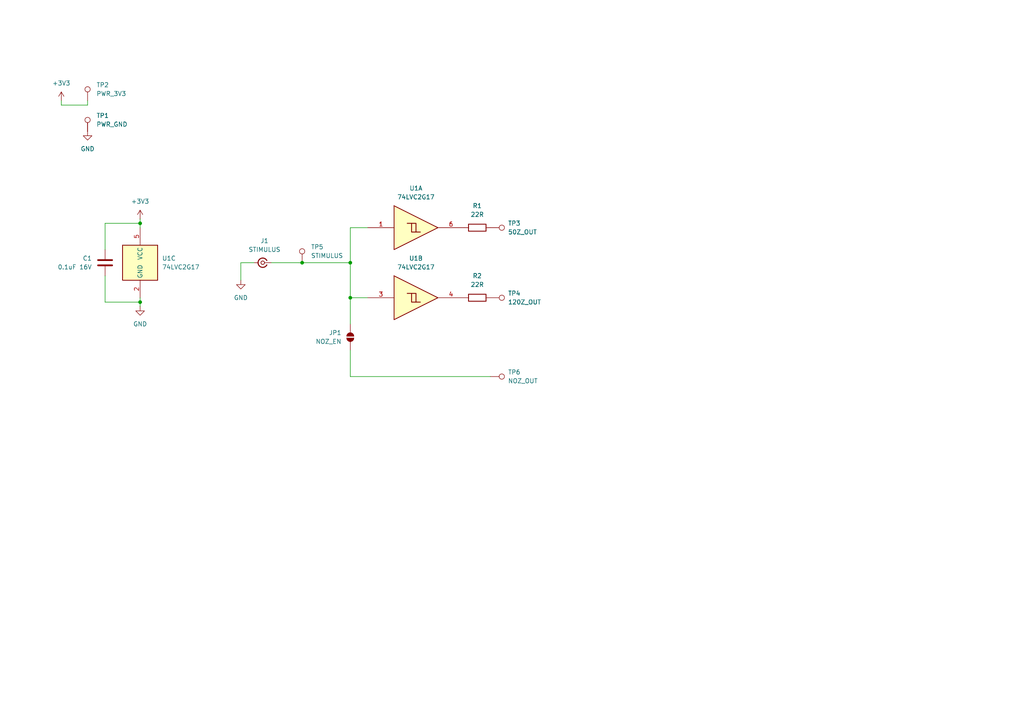
<source format=kicad_sch>
(kicad_sch (version 20250114) (generator "eeschema") (generator_version "9.0")
  (paper "A4")
  (title_block (title "LVTTL Termination Test – Project Caroline") (date "2025-09-27") (rev "A") (company "B4CKSP4CE") (comment 1 "CERN-OHL-S") (comment 2 "@heyflo"))
  (lib_symbols
    (symbol "74xGxx:74LVC2G17"
      (property "Reference" "U" (at -1.27 7.62 0))
      (property "Value" "74LVC2G17" (at 2.54 -7.62 0))
      (symbol "74LVC2G17_1_1"
        (polyline (pts (xy -7.62 6.35) (xy -7.62 -6.35) (xy 5.08 0) (xy -7.62 6.35)) (stroke (width 0.254)) (fill (type background)))
        (polyline (pts (xy -3.81 1.27) (xy -2.54 1.27) (xy -2.54 -1.27) (xy 0 -1.27)) (stroke (width 0.254)) (fill (type background)))
        (polyline (pts (xy -2.54 1.27) (xy -1.27 1.27) (xy -1.27 -1.27)) (stroke (width 0.254)) (fill (type background)))
        (pin input line (at -15.24 0 0) (length 7.62) (name "~") (number "1"))
        (pin output line (at 12.7 0 180) (length 7.62) (name "~") (number "6"))
      )
      (symbol "74LVC2G17_2_1"
        (polyline (pts (xy -7.62 6.35) (xy -7.62 -6.35) (xy 5.08 0) (xy -7.62 6.35)) (stroke (width 0.254)) (fill (type background)))
        (polyline (pts (xy -3.81 1.27) (xy -2.54 1.27) (xy -2.54 -1.27) (xy 0 -1.27)) (stroke (width 0.254)) (fill (type background)))
        (polyline (pts (xy -2.54 1.27) (xy -1.27 1.27) (xy -1.27 -1.27)) (stroke (width 0.254)) (fill (type background)))
        (pin input line (at -15.24 0 0) (length 7.62) (name "~") (number "3"))
        (pin output line (at 12.7 0 180) (length 7.62) (name "~") (number "4"))
      )
      (symbol "74LVC2G17_3_0"
        (rectangle (start -5.08 -5.08) (end 5.08 5.08) (stroke (width 0.254)) (fill (type background)))
      )
      (symbol "74LVC2G17_3_1"
        (pin power_in line (at 0 10.16 270) (length 5.08) (name "VCC") (number "5"))
        (pin power_in line (at 0 -10.16 90) (length 5.08) (name "GND") (number "2"))
      )
    )
    (symbol "Connector:Conn_Coaxial_Small" (pin_numbers (hide yes)) (pin_names (offset 1.016) (hide yes))
      (property "Reference" "J" (at 0.254 3.048 0))
      (property "Value" "Conn_Coaxial_Small" (at 0 -3.81 0))
      (symbol "Conn_Coaxial_Small_0_1"
        (polyline (pts (xy -2.54 0) (xy -0.508 0)))
        (circle (center 0 0) (radius 0.508) (stroke (width 0.2032)))
      )
      (symbol "Conn_Coaxial_Small_1_1"
        (arc (start 1.3484 0.0039) (mid 0.327 -1.308) (end -1.1916 -0.6311) (stroke (width 0.3048)))
        (arc (start -1.1916 0.6311) (mid 0.327 1.3081) (end 1.3484 -0.0039) (stroke (width 0.3048)))
        (pin passive line (at -2.54 0 0) (length 1.27) (name "In") (number "1"))
        (pin passive line (at 2.54 0 180) (length 1.27) (name "Ext") (number "2"))
      )
    )
    (symbol "Connector:TestPoint" (pin_numbers (hide yes)) (pin_names (offset 0.762) (hide yes))
      (property "Reference" "TP" (at 0 6.858 0))
      (property "Value" "TestPoint" (at 0 5.08 0))
      (symbol "TestPoint_0_1"
        (circle (center 0 3.302) (radius 0.762))
      )
      (symbol "TestPoint_1_1"
        (pin passive line (at 0 0 90) (length 2.54) (name "1") (number "1"))
      )
    )
    (symbol "Device:C" (pin_numbers (hide yes)) (pin_names (offset 0.254))
      (property "Reference" "C" (at 0.635 2.54 0))
      (property "Value" "C" (at 0.635 -2.54 0))
      (symbol "C_0_1"
        (polyline (pts (xy -2.032 0.762) (xy 2.032 0.762)) (stroke (width 0.508)))
        (polyline (pts (xy -2.032 -0.762) (xy 2.032 -0.762)) (stroke (width 0.508)))
      )
      (symbol "C_1_1"
        (pin passive line (at 0 3.81 270) (length 2.794) (name "~") (number "1"))
        (pin passive line (at 0 -3.81 90) (length 2.794) (name "~") (number "2"))
      )
    )
    (symbol "Device:R" (pin_numbers (hide yes)) (pin_names (offset 0))
      (property "Reference" "R" (at 2.032 0 90))
      (property "Value" "R" (at 0 0 90))
      (symbol "R_0_1"
        (rectangle (start -1.016 -2.54) (end 1.016 2.54) (stroke (width 0.254)))
      )
      (symbol "R_1_1"
        (pin passive line (at 0 3.81 270) (length 1.27) (name "~") (number "1"))
        (pin passive line (at 0 -3.81 90) (length 1.27) (name "~") (number "2"))
      )
    )
    (symbol "Jumper:SolderJumper_2_Open" (pin_numbers (hide yes)) (pin_names (offset 0) (hide yes)) (in_bom no)
      (property "Reference" "JP" (at 0 2.032 0))
      (property "Value" "SolderJumper_2_Open" (at 0 -2.54 0))
      (symbol "SolderJumper_2_Open_0_1"
        (polyline (pts (xy -0.254 1.016) (xy -0.254 -1.016)))
        (arc (start -0.254 -1.016) (mid -1.2656 0) (end -0.254 1.016))
        (arc (start -0.254 -1.016) (mid -1.2656 0) (end -0.254 1.016) (fill (type outline)))
        (arc (start 0.254 1.016) (mid 1.2656 0) (end 0.254 -1.016))
        (arc (start 0.254 1.016) (mid 1.2656 0) (end 0.254 -1.016) (fill (type outline)))
        (polyline (pts (xy 0.254 1.016) (xy 0.254 -1.016)))
      )
      (symbol "SolderJumper_2_Open_1_1"
        (pin passive line (at -3.81 0 0) (length 2.54) (name "A") (number "1"))
        (pin passive line (at 3.81 0 180) (length 2.54) (name "B") (number "2"))
      )
    )
    (symbol "power:+3V3" (power) (pin_numbers (hide yes)) (pin_names (offset 0) (hide yes))
      (property "Value" "+3V3" (at 0 3.556 0))
      (symbol "+3V3_0_1"
        (polyline (pts (xy -0.762 1.27) (xy 0 2.54)))
        (polyline (pts (xy 0 2.54) (xy 0.762 1.27)))
        (polyline (pts (xy 0 0) (xy 0 2.54)))
      )
      (symbol "+3V3_1_1"
        (pin power_in line (at 0 0 90) (length 0) (name "~") (number "1"))
      )
    )
    (symbol "power:GND" (power) (pin_numbers (hide yes)) (pin_names (offset 0) (hide yes))
      (property "Value" "GND" (at 0 -3.81 0))
      (symbol "GND_0_1"
        (polyline (pts (xy 0 0) (xy 0 -1.27) (xy 1.27 -1.27) (xy 0 -2.54) (xy -1.27 -1.27) (xy 0 -1.27)))
      )
      (symbol "GND_1_1"
        (pin power_in line (at 0 0 270) (length 0) (name "~") (number "1"))
      )
    )
  )
  (junction (at 101.6 76.2))
  (junction (at 40.64 87.63))
  (junction (at 87.63 76.2))
  (junction (at 40.64 64.77))
  (junction (at 101.6 86.36))
  (wire (pts (xy 40.64 87.63) (xy 40.64 86.36)))
  (wire (pts (xy 69.85 76.2) (xy 73.66 76.2)))
  (wire (pts (xy 17.78 30.48) (xy 17.78 29.21)))
  (wire (pts (xy 87.63 76.2) (xy 101.6 76.2)))
  (wire (pts (xy 25.4 29.21) (xy 25.4 30.48)))
  (wire (pts (xy 101.6 101.6) (xy 101.6 109.22)))
  (wire (pts (xy 78.74 76.2) (xy 87.63 76.2)))
  (wire (pts (xy 30.48 80.01) (xy 30.48 87.63)))
  (wire (pts (xy 30.48 64.77) (xy 30.48 72.39)))
  (wire (pts (xy 101.6 86.36) (xy 101.6 93.98)))
  (wire (pts (xy 40.64 88.9) (xy 40.64 87.63)))
  (wire (pts (xy 101.6 109.22) (xy 142.24 109.22)))
  (wire (pts (xy 106.68 86.36) (xy 101.6 86.36)))
  (wire (pts (xy 101.6 66.04) (xy 106.68 66.04)))
  (wire (pts (xy 101.6 76.2) (xy 101.6 66.04)))
  (wire (pts (xy 40.64 63.5) (xy 40.64 64.77)))
  (wire (pts (xy 40.64 64.77) (xy 40.64 66.04)))
  (wire (pts (xy 40.64 64.77) (xy 30.48 64.77)))
  (wire (pts (xy 25.4 30.48) (xy 17.78 30.48)))
  (wire (pts (xy 69.85 81.28) (xy 69.85 76.2)))
  (wire (pts (xy 30.48 87.63) (xy 40.64 87.63)))
  (wire (pts (xy 101.6 86.36) (xy 101.6 76.2)))
  (symbol (lib_id "power:GND") (at 69.85 81.28 0) (unit 1)
    (property "Reference" "#PWR05" (effects (hide yes)))
    (property "Value" "GND" (at 69.85 86.36 0))
    (property "Description" "Power symbol creates a global label with name \"GND\" , ground" (effects (hide yes)))
  )
  (symbol (lib_id "74xGxx:74LVC2G17") (at 121.92 66.04 0) (unit 1)
    (property "Reference" "U1" (at 120.65 54.61 0))
    (property "Value" "74LVC2G17" (at 120.65 57.15 0))
    (property "Footprint" "Package_TO_SOT_SMD:SOT-23-6" (effects (hide yes)))
    (property "Datasheet" "http://www.ti.com/lit/sg/scyt129e/scyt129e.pdf" (effects (hide yes)))
    (property "Description" "Dual Buffer, Schmitt Triggered, Low-Voltage CMOS" (effects (hide yes)))
  )
  (symbol (lib_id "Device:R") (at 138.43 66.04 90) (unit 1)
    (property "Reference" "R1" (at 138.43 59.69 90))
    (property "Value" "22R" (at 138.43 62.23 90))
    (property "Footprint" "Resistor_SMD:R_0805_2012Metric" (effects (hide yes)))
    (property "Description" "Resistor" (effects (hide yes)))
  )
  (symbol (lib_id "Connector:TestPoint") (at 142.24 66.04 270) (unit 1)
    (property "Reference" "TP3" (at 147.32 64.77 90) (effects (justify left)))
    (property "Value" "50Z_OUT" (at 147.32 67.31 90) (effects (justify left)))
    (property "Footprint" "TestPoint:TestPoint_Pad_D1.5mm" (effects (hide yes)))
    (property "Description" "test point" (effects (hide yes)))
  )
  (symbol (lib_id "Device:C") (at 30.48 76.2 0) (mirror y) (unit 1)
    (property "Reference" "C1" (at 26.67 74.93 0) (effects (justify left)))
    (property "Value" "0.1uF 16V" (at 26.67 77.47 0) (effects (justify left)))
    (property "Footprint" "Capacitor_SMD:C_0805_2012Metric" (effects (hide yes)))
    (property "Description" "Unpolarized capacitor" (effects (hide yes)))
  )
  (symbol (lib_id "Jumper:SolderJumper_2_Open") (at 101.6 97.79 90) (unit 1) (in_bom no)
    (property "Reference" "JP1" (at 99.06 96.52 90) (effects (justify left)))
    (property "Value" "NOZ_EN" (at 99.06 99.06 90) (effects (justify left)))
    (property "Footprint" "Jumper:SolderJumper-2_P1.3mm_Open_TrianglePad1.0x1.5mm" (effects (hide yes)))
    (property "Description" "Solder Jumper, 2-pole, open" (effects (hide yes)))
  )
  (symbol (lib_id "74xGxx:74LVC2G17") (at 40.64 76.2 0) (unit 3)
    (property "Reference" "U1" (at 46.99 74.93 0) (effects (justify left)))
    (property "Value" "74LVC2G17" (at 46.99 77.47 0) (effects (justify left)))
    (property "Footprint" "Package_TO_SOT_SMD:SOT-23-6" (effects (hide yes)))
    (property "Datasheet" "http://www.ti.com/lit/sg/scyt129e/scyt129e.pdf" (effects (hide yes)))
    (property "Description" "Dual Buffer, Schmitt Triggered, Low-Voltage CMOS" (effects (hide yes)))
  )
  (symbol (lib_id "power:GND") (at 25.4 38.1 0) (unit 1)
    (property "Reference" "#PWR01" (effects (hide yes)))
    (property "Value" "GND" (at 25.4 43.18 0))
    (property "Description" "Power symbol creates a global label with name \"GND\" , ground" (effects (hide yes)))
  )
  (symbol (lib_id "Connector:TestPoint") (at 142.24 109.22 270) (unit 1)
    (property "Reference" "TP6" (at 147.32 107.95 90) (effects (justify left)))
    (property "Value" "NOZ_OUT" (at 147.32 110.49 90) (effects (justify left)))
    (property "Footprint" "TestPoint:TestPoint_Pad_D1.5mm" (effects (hide yes)))
    (property "Description" "test point" (effects (hide yes)))
  )
  (symbol (lib_id "power:GND") (at 40.64 88.9 0) (unit 1)
    (property "Reference" "#PWR04" (effects (hide yes)))
    (property "Value" "GND" (at 40.64 93.98 0))
    (property "Description" "Power symbol creates a global label with name \"GND\" , ground" (effects (hide yes)))
  )
  (symbol (lib_id "74xGxx:74LVC2G17") (at 121.92 86.36 0) (unit 2)
    (property "Reference" "U1" (at 120.65 74.93 0))
    (property "Value" "74LVC2G17" (at 120.65 77.47 0))
    (property "Footprint" "Package_TO_SOT_SMD:SOT-23-6" (effects (hide yes)))
    (property "Datasheet" "http://www.ti.com/lit/sg/scyt129e/scyt129e.pdf" (effects (hide yes)))
    (property "Description" "Dual Buffer, Schmitt Triggered, Low-Voltage CMOS" (effects (hide yes)))
  )
  (symbol (lib_id "Connector:TestPoint") (at 142.24 86.36 270) (unit 1)
    (property "Reference" "TP4" (at 147.32 85.09 90) (effects (justify left)))
    (property "Value" "120Z_OUT" (at 147.32 87.63 90) (effects (justify left)))
    (property "Footprint" "TestPoint:TestPoint_Pad_D1.5mm" (effects (hide yes)))
    (property "Description" "test point" (effects (hide yes)))
  )
  (symbol (lib_id "Connector:TestPoint") (at 87.63 76.2 0) (unit 1)
    (property "Reference" "TP5" (at 90.17 71.628 0) (effects (justify left)))
    (property "Value" "STIMULUS" (at 90.17 74.168 0) (effects (justify left)))
    (property "Footprint" "TestPoint:TestPoint_Pad_D1.5mm" (effects (hide yes)))
    (property "Description" "test point" (effects (hide yes)))
  )
  (symbol (lib_id "Connector:TestPoint") (at 25.4 38.1 0) (unit 1)
    (property "Reference" "TP1" (at 27.94 33.528 0) (effects (justify left)))
    (property "Value" "PWR_GND" (at 27.94 36.068 0) (effects (justify left)))
    (property "Footprint" "TestPoint:TestPoint_Pad_1.5x1.5mm" (effects (hide yes)))
    (property "Description" "test point" (effects (hide yes)))
  )
  (symbol (lib_id "power:+3V3") (at 40.64 63.5 0) (unit 1)
    (property "Reference" "#PWR03" (effects (hide yes)))
    (property "Value" "+3V3" (at 40.64 58.42 0))
    (property "Description" "Power symbol creates a global label with name \"+3V3\"" (effects (hide yes)))
  )
  (symbol (lib_id "Device:R") (at 138.43 86.36 90) (unit 1)
    (property "Reference" "R2" (at 138.43 80.01 90))
    (property "Value" "22R" (at 138.43 82.55 90))
    (property "Footprint" "Resistor_SMD:R_0805_2012Metric" (effects (hide yes)))
    (property "Description" "Resistor" (effects (hide yes)))
  )
  (symbol (lib_id "Connector:TestPoint") (at 25.4 29.21 0) (unit 1)
    (property "Reference" "TP2" (at 27.94 24.638 0) (effects (justify left)))
    (property "Value" "PWR_3V3" (at 27.94 27.178 0) (effects (justify left)))
    (property "Footprint" "TestPoint:TestPoint_Pad_D1.5mm" (effects (hide yes)))
    (property "Description" "test point" (effects (hide yes)))
  )
  (symbol (lib_id "power:+3V3") (at 17.78 29.21 0) (unit 1)
    (property "Reference" "#PWR02" (effects (hide yes)))
    (property "Value" "+3V3" (at 17.78 24.13 0))
    (property "Description" "Power symbol creates a global label with name \"+3V3\"" (effects (hide yes)))
  )
  (symbol (lib_id "Connector:Conn_Coaxial_Small") (at 76.2 76.2 0) (mirror y) (unit 1)
    (property "Reference" "J1" (at 76.7195 69.85 0))
    (property "Value" "STIMULUS" (at 76.7195 72.39 0))
    (property "Footprint" "Connector_Coaxial:SMA_Molex_73251-1153_EdgeMount_Horizontal" (effects (hide yes)))
    (property "Description" "small coaxial connector (BNC, SMA, SMB, SMC, Cinch/RCA, LEMO, ...)" (effects (hide yes)))
  )
)
</source>
